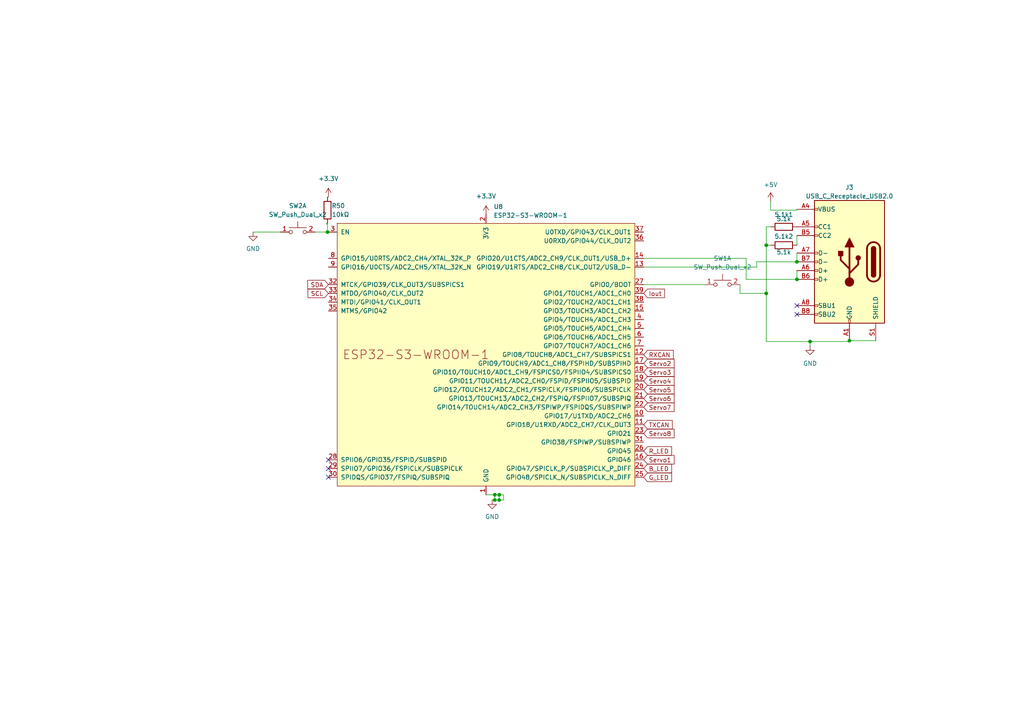
<source format=kicad_sch>
(kicad_sch (version 20230121) (generator eeschema)
  (paper "A4")
  (lib_symbols
    (symbol "Connector:USB_C_Receptacle_USB2.0" (pin_names (offset 1.016))
      (property "Reference" "J" (at -10.16 19.05 0))
      (property "Value" "USB_C_Receptacle_USB2.0" (at 19.05 19.05 0))
      (symbol "USB_C_Receptacle_USB2.0_0_0"
        (rectangle (start -0.254 -17.78) (end 0.254 -16.764))
        (rectangle (start 10.16 -14.986) (end 9.144 -15.494))
        (rectangle (start 10.16 -12.446) (end 9.144 -12.954))
        (rectangle (start 10.16 -4.826) (end 9.144 -5.334))
        (rectangle (start 10.16 -2.286) (end 9.144 -2.794))
        (rectangle (start 10.16 0.254) (end 9.144 -0.254))
        (rectangle (start 10.16 2.794) (end 9.144 2.286))
        (rectangle (start 10.16 7.874) (end 9.144 7.366))
        (rectangle (start 10.16 10.414) (end 9.144 9.906))
        (rectangle (start 10.16 15.494) (end 9.144 14.986))
      )
      (symbol "USB_C_Receptacle_USB2.0_0_1"
        (rectangle (start -10.16 17.78) (end 10.16 -17.78) (stroke (width 0.254)) (fill (type background)))
        (arc (start -8.89 -3.81) (mid -6.985 -5.7067) (end -5.08 -3.81) (stroke (width 0.508)))
        (arc (start -7.62 -3.81) (mid -6.985 -4.4423) (end -6.35 -3.81) (stroke (width 0.254)))
        (arc (start -7.62 -3.81) (mid -6.985 -4.4423) (end -6.35 -3.81) (stroke (width 0.254)) (fill (type outline)))
        (rectangle (start -7.62 -3.81) (end -6.35 3.81) (stroke (width 0.254)) (fill (type outline)))
        (arc (start -6.35 3.81) (mid -6.985 4.4423) (end -7.62 3.81) (stroke (width 0.254)))
        (arc (start -6.35 3.81) (mid -6.985 4.4423) (end -7.62 3.81) (stroke (width 0.254)) (fill (type outline)))
        (arc (start -5.08 3.81) (mid -6.985 5.7067) (end -8.89 3.81) (stroke (width 0.508)))
        (circle (center -2.54 1.143) (radius 0.635) (stroke (width 0.254)) (fill (type outline)))
        (circle (center 0 -5.842) (radius 1.27) (fill (type outline)))
        (polyline (pts (xy -8.89 -3.81) (xy -8.89 3.81)) (stroke (width 0.508)))
        (polyline (pts (xy -5.08 3.81) (xy -5.08 -3.81)) (stroke (width 0.508)))
        (polyline (pts (xy 0 -5.842) (xy 0 4.318)) (stroke (width 0.508)))
        (polyline (pts (xy 0 -3.302) (xy -2.54 -0.762) (xy -2.54 0.508)) (stroke (width 0.508)))
        (polyline (pts (xy 0 -2.032) (xy 2.54 0.508) (xy 2.54 1.778)) (stroke (width 0.508)))
        (polyline (pts (xy -1.27 4.318) (xy 0 6.858) (xy 1.27 4.318) (xy -1.27 4.318)) (stroke (width 0.254)) (fill (type outline)))
        (rectangle (start 1.905 1.778) (end 3.175 3.048) (stroke (width 0.254)) (fill (type outline)))
      )
      (symbol "USB_C_Receptacle_USB2.0_1_1"
        (pin passive line (at 0 -22.86 90) (length 5.08) (name "GND") (number "A1"))
        (pin passive line (at 0 -22.86 90) (length 5.08) hide (name "GND") (number "A12"))
        (pin passive line (at 15.24 15.24 180) (length 5.08) (name "VBUS") (number "A4"))
        (pin bidirectional line (at 15.24 10.16 180) (length 5.08) (name "CC1") (number "A5"))
        (pin bidirectional line (at 15.24 -2.54 180) (length 5.08) (name "D+") (number "A6"))
        (pin bidirectional line (at 15.24 2.54 180) (length 5.08) (name "D-") (number "A7"))
        (pin bidirectional line (at 15.24 -12.7 180) (length 5.08) (name "SBU1") (number "A8"))
        (pin passive line (at 15.24 15.24 180) (length 5.08) hide (name "VBUS") (number "A9"))
        (pin passive line (at 0 -22.86 90) (length 5.08) hide (name "GND") (number "B1"))
        (pin passive line (at 0 -22.86 90) (length 5.08) hide (name "GND") (number "B12"))
        (pin passive line (at 15.24 15.24 180) (length 5.08) hide (name "VBUS") (number "B4"))
        (pin bidirectional line (at 15.24 7.62 180) (length 5.08) (name "CC2") (number "B5"))
        (pin bidirectional line (at 15.24 -5.08 180) (length 5.08) (name "D+") (number "B6"))
        (pin bidirectional line (at 15.24 0 180) (length 5.08) (name "D-") (number "B7"))
        (pin bidirectional line (at 15.24 -15.24 180) (length 5.08) (name "SBU2") (number "B8"))
        (pin passive line (at 15.24 15.24 180) (length 5.08) hide (name "VBUS") (number "B9"))
        (pin passive line (at -7.62 -22.86 90) (length 5.08) (name "SHIELD") (number "S1"))
      )
    )
    (symbol "Device:R" (pin_numbers hide) (pin_names (offset 0))
      (property "Reference" "R" (at 2.032 0 90))
      (property "Value" "R" (at 0 0 90))
      (symbol "R_0_1"
        (rectangle (start -1.016 -2.54) (end 1.016 2.54) (stroke (width 0.254)))
      )
      (symbol "R_1_1"
        (pin passive line (at 0 3.81 270) (length 1.27) (name "~") (number "1"))
        (pin passive line (at 0 -3.81 90) (length 1.27) (name "~") (number "2"))
      )
    )
    (symbol "PCM_Espressif:ESP32-S3-WROOM-1" (pin_names (offset 1.016))
      (property "Reference" "U" (at -43.18 43.18 0))
      (property "Value" "ESP32-S3-WROOM-1" (at -43.18 40.64 0))
      (symbol "ESP32-S3-WROOM-1_0_0"
        (text "ESP32-S3-WROOM-1" (at -20.32 0 0) (effects (font (size 2.54 2.54))))
        (pin power_in line (at 0 -40.64 90) (length 2.54) (name "GND") (number "1"))
        (pin bidirectional line (at 45.72 -17.78 180) (length 2.54) (name "GPIO17/U1TXD/ADC2_CH6") (number "10"))
        (pin bidirectional line (at 45.72 -20.32 180) (length 2.54) (name "GPIO18/U1RXD/ADC2_CH7/CLK_OUT3") (number "11"))
        (pin bidirectional line (at 45.72 0 180) (length 2.54) (name "GPIO8/TOUCH8/ADC1_CH7/SUBSPICS1") (number "12"))
        (pin bidirectional line (at 45.72 25.4 180) (length 2.54) (name "GPIO19/U1RTS/ADC2_CH8/CLK_OUT2/USB_D-") (number "13"))
        (pin bidirectional line (at 45.72 27.94 180) (length 2.54) (name "GPIO20/U1CTS/ADC2_CH9/CLK_OUT1/USB_D+") (number "14"))
        (pin bidirectional line (at 45.72 12.7 180) (length 2.54) (name "GPIO3/TOUCH3/ADC1_CH2") (number "15"))
        (pin bidirectional line (at 45.72 -30.48 180) (length 2.54) (name "GPIO46") (number "16"))
        (pin bidirectional line (at 45.72 -2.54 180) (length 2.54) (name "GPIO9/TOUCH9/ADC1_CH8/FSPIHD/SUBSPIHD") (number "17"))
        (pin bidirectional line (at 45.72 -5.08 180) (length 2.54) (name "GPIO10/TOUCH10/ADC1_CH9/FSPICS0/FSPIIO4/SUBSPICS0") (number "18"))
        (pin bidirectional line (at 45.72 -7.62 180) (length 2.54) (name "GPIO11/TOUCH11/ADC2_CH0/FSPID/FSPIIO5/SUBSPID") (number "19"))
        (pin power_in line (at 0 40.64 270) (length 2.54) (name "3V3") (number "2"))
        (pin bidirectional line (at 45.72 -10.16 180) (length 2.54) (name "GPIO12/TOUCH12/ADC2_CH1/FSPICLK/FSPIIO6/SUBSPICLK") (number "20"))
        (pin bidirectional line (at 45.72 -12.7 180) (length 2.54) (name "GPIO13/TOUCH13/ADC2_CH2/FSPIQ/FSPIIO7/SUBSPIQ") (number "21"))
        (pin bidirectional line (at 45.72 -15.24 180) (length 2.54) (name "GPIO14/TOUCH14/ADC2_CH3/FSPIWP/FSPIDQS/SUBSPIWP") (number "22"))
        (pin bidirectional line (at 45.72 -22.86 180) (length 2.54) (name "GPIO21") (number "23"))
        (pin bidirectional line (at 45.72 -33.02 180) (length 2.54) (name "GPIO47/SPICLK_P/SUBSPICLK_P_DIFF") (number "24"))
        (pin bidirectional line (at 45.72 -35.56 180) (length 2.54) (name "GPIO48/SPICLK_N/SUBSPICLK_N_DIFF") (number "25"))
        (pin bidirectional line (at 45.72 -27.94 180) (length 2.54) (name "GPIO45") (number "26"))
        (pin bidirectional line (at 45.72 20.32 180) (length 2.54) (name "GPIO0/BOOT") (number "27"))
        (pin bidirectional line (at -45.72 -30.48 0) (length 2.54) (name "SPIIO6/GPIO35/FSPID/SUBSPID") (number "28"))
        (pin bidirectional line (at -45.72 -33.02 0) (length 2.54) (name "SPIIO7/GPIO36/FSPICLK/SUBSPICLK") (number "29"))
        (pin input line (at -45.72 35.56 0) (length 2.54) (name "EN") (number "3"))
        (pin bidirectional line (at -45.72 -35.56 0) (length 2.54) (name "SPIDQS/GPIO37/FSPIQ/SUBSPIQ") (number "30"))
        (pin bidirectional line (at 45.72 -25.4 180) (length 2.54) (name "GPIO38/FSPIWP/SUBSPIWP") (number "31"))
        (pin bidirectional line (at -45.72 20.32 0) (length 2.54) (name "MTCK/GPIO39/CLK_OUT3/SUBSPICS1") (number "32"))
        (pin bidirectional line (at -45.72 17.78 0) (length 2.54) (name "MTDO/GPIO40/CLK_OUT2") (number "33"))
        (pin bidirectional line (at -45.72 15.24 0) (length 2.54) (name "MTDI/GPIO41/CLK_OUT1") (number "34"))
        (pin bidirectional line (at -45.72 12.7 0) (length 2.54) (name "MTMS/GPIO42") (number "35"))
        (pin bidirectional line (at 45.72 33.02 180) (length 2.54) (name "U0RXD/GPIO44/CLK_OUT2") (number "36"))
        (pin bidirectional line (at 45.72 35.56 180) (length 2.54) (name "U0TXD/GPIO43/CLK_OUT1") (number "37"))
        (pin bidirectional line (at 45.72 15.24 180) (length 2.54) (name "GPIO2/TOUCH2/ADC1_CH1") (number "38"))
        (pin bidirectional line (at 45.72 17.78 180) (length 2.54) (name "GPIO1/TOUCH1/ADC1_CH0") (number "39"))
        (pin bidirectional line (at 45.72 10.16 180) (length 2.54) (name "GPIO4/TOUCH4/ADC1_CH3") (number "4"))
        (pin passive line (at 0 -40.64 90) (length 2.54) hide (name "GND") (number "40"))
        (pin passive line (at 0 -40.64 90) (length 2.54) hide (name "GND") (number "41"))
        (pin bidirectional line (at 45.72 7.62 180) (length 2.54) (name "GPIO5/TOUCH5/ADC1_CH4") (number "5"))
        (pin bidirectional line (at 45.72 5.08 180) (length 2.54) (name "GPIO6/TOUCH6/ADC1_CH5") (number "6"))
        (pin bidirectional line (at 45.72 2.54 180) (length 2.54) (name "GPIO7/TOUCH7/ADC1_CH6") (number "7"))
        (pin bidirectional line (at -45.72 27.94 0) (length 2.54) (name "GPIO15/U0RTS/ADC2_CH4/XTAL_32K_P") (number "8"))
        (pin bidirectional line (at -45.72 25.4 0) (length 2.54) (name "GPIO16/U0CTS/ADC2_CH5/XTAL_32K_N") (number "9"))
      )
      (symbol "ESP32-S3-WROOM-1_0_1"
        (rectangle (start -43.18 38.1) (end 43.18 -38.1) (fill (type background)))
      )
    )
    (symbol "Switch:SW_Push_Dual_x2" (pin_names (offset 1.016) hide)
      (property "Reference" "SW" (at 1.27 2.54 0))
      (property "Value" "SW_Push_Dual_x2" (at 0 -1.524 0))
      (symbol "SW_Push_Dual_x2_0_1"
        (circle (center -2.032 0) (radius 0.508))
        (polyline (pts (xy 0 1.27) (xy 0 3.048)))
        (polyline (pts (xy 2.54 1.27) (xy -2.54 1.27)))
        (circle (center 2.032 0) (radius 0.508))
      )
      (symbol "SW_Push_Dual_x2_1_1"
        (pin passive line (at -5.08 0 0) (length 2.54) (name "C") (number "1"))
        (pin passive line (at 5.08 0 180) (length 2.54) (name "D") (number "2"))
      )
      (symbol "SW_Push_Dual_x2_2_1"
        (pin passive line (at -5.08 0 0) (length 2.54) (name "C") (number "3"))
        (pin passive line (at 5.08 0 180) (length 2.54) (name "D") (number "4"))
      )
    )
    (symbol "power:+3.3V" (power) (pin_names (offset 0))
      (property "Value" "+3.3V" (at 0 3.556 0))
      (symbol "+3.3V_0_1"
        (polyline (pts (xy -0.762 1.27) (xy 0 2.54)))
        (polyline (pts (xy 0 0) (xy 0 2.54)))
        (polyline (pts (xy 0 2.54) (xy 0.762 1.27)))
      )
      (symbol "+3.3V_1_1"
        (pin power_in line (at 0 0 90) (length 0) hide (name "+3.3V") (number "1"))
      )
    )
    (symbol "power:+5V" (power) (pin_names (offset 0))
      (property "Value" "+5V" (at 0 3.556 0))
      (symbol "+5V_0_1"
        (polyline (pts (xy -0.762 1.27) (xy 0 2.54)))
        (polyline (pts (xy 0 0) (xy 0 2.54)))
        (polyline (pts (xy 0 2.54) (xy 0.762 1.27)))
      )
      (symbol "+5V_1_1"
        (pin power_in line (at 0 0 90) (length 0) hide (name "+5V") (number "1"))
      )
    )
    (symbol "power:GND" (power) (pin_names (offset 0))
      (property "Value" "GND" (at 0 -3.81 0))
      (symbol "GND_0_1"
        (polyline (pts (xy 0 0) (xy 0 -1.27) (xy 1.27 -1.27) (xy 0 -2.54) (xy -1.27 -1.27) (xy 0 -1.27)))
      )
      (symbol "GND_1_1"
        (pin power_in line (at 0 0 270) (length 0) hide (name "GND") (number "1"))
      )
    )
  )
  (junction (at 246.38 98.806))
  (junction (at 231.14 75.946))
  (junction (at 222.25 71.12))
  (junction (at 144.78 145.034))
  (junction (at 143.51 145.034))
  (junction (at 94.996 67.31))
  (junction (at 231.14 81.026))
  (junction (at 143.51 143.51))
  (junction (at 234.95 99.06))
  (junction (at 222.25 85.09))
  (junction (at 144.78 143.51))
  (no_connect (at 231.14 91.186))
  (no_connect (at 95.25 138.43))
  (no_connect (at 231.14 88.646))
  (no_connect (at 95.25 135.89))
  (no_connect (at 95.25 133.35))
  (wire (pts (xy 140.97 143.51) (xy 143.51 143.51)))
  (wire (pts (xy 94.996 57.15) (xy 95.25 57.15)))
  (wire (pts (xy 222.25 99.06) (xy 234.95 99.06)))
  (wire (pts (xy 143.51 143.51) (xy 143.51 145.034)))
  (wire (pts (xy 94.742 64.77) (xy 94.742 65.024)))
  (wire (pts (xy 222.25 85.09) (xy 222.25 99.06)))
  (wire (pts (xy 94.996 67.31) (xy 95.25 67.31)))
  (wire (pts (xy 143.51 145.034) (xy 142.748 145.034)))
  (wire (pts (xy 144.78 143.51) (xy 144.78 145.034)))
  (wire (pts (xy 214.63 85.09) (xy 222.25 85.09)))
  (wire (pts (xy 222.25 71.12) (xy 223.52 71.12)))
  (wire (pts (xy 223.52 60.96) (xy 223.52 58.42)))
  (wire (pts (xy 214.63 82.55) (xy 214.63 85.09)))
  (wire (pts (xy 94.742 64.77) (xy 94.996 64.77)))
  (wire (pts (xy 144.78 145.034) (xy 143.51 145.034)))
  (wire (pts (xy 94.742 65.024) (xy 94.996 65.024)))
  (wire (pts (xy 216.408 81.026) (xy 231.14 81.026)))
  (wire (pts (xy 223.52 60.96) (xy 231.14 60.96)))
  (wire (pts (xy 234.95 99.06) (xy 246.38 99.06)))
  (wire (pts (xy 146.05 145.034) (xy 144.78 145.034)))
  (wire (pts (xy 146.05 143.51) (xy 146.05 145.034)))
  (wire (pts (xy 73.406 67.31) (xy 81.28 67.31)))
  (wire (pts (xy 94.996 65.024) (xy 94.996 67.31)))
  (wire (pts (xy 222.25 65.786) (xy 223.52 65.786)))
  (wire (pts (xy 143.51 143.51) (xy 144.78 143.51)))
  (wire (pts (xy 222.25 65.786) (xy 222.25 71.12)))
  (wire (pts (xy 186.69 74.93) (xy 216.408 74.93)))
  (wire (pts (xy 234.95 100.33) (xy 234.95 99.06)))
  (wire (pts (xy 231.14 71.12) (xy 231.14 68.326)))
  (wire (pts (xy 91.44 67.31) (xy 94.996 67.31)))
  (wire (pts (xy 144.78 143.51) (xy 146.05 143.51)))
  (wire (pts (xy 219.456 75.946) (xy 219.456 77.47)))
  (wire (pts (xy 222.25 71.12) (xy 222.25 85.09)))
  (wire (pts (xy 254 98.806) (xy 246.38 98.806)))
  (wire (pts (xy 231.14 75.946) (xy 219.456 75.946)))
  (wire (pts (xy 231.14 78.486) (xy 231.14 81.026)))
  (wire (pts (xy 231.14 60.96) (xy 231.14 60.706)))
  (wire (pts (xy 246.38 99.06) (xy 246.38 98.806)))
  (wire (pts (xy 219.456 77.47) (xy 186.69 77.47)))
  (wire (pts (xy 216.408 74.93) (xy 216.408 81.026)))
  (wire (pts (xy 186.69 82.55) (xy 204.47 82.55)))
  (wire (pts (xy 231.14 73.406) (xy 231.14 75.946)))
  (global_label "Servo7" (shape input) (at 186.69 118.11 0) (property "Intersheetrefs" "${INTERSHEET_REFS}" (effects hide)))
  (global_label "B_LED" (shape input) (at 186.69 135.89 0) (property "Intersheetrefs" "${INTERSHEET_REFS}" (effects hide)))
  (global_label "Servo5" (shape input) (at 186.69 113.03 0) (property "Intersheetrefs" "${INTERSHEET_REFS}" (effects hide)))
  (global_label "Servo8" (shape input) (at 186.69 125.73 0) (property "Intersheetrefs" "${INTERSHEET_REFS}" (effects hide)))
  (global_label "R_LED" (shape input) (at 186.69 130.81 0) (property "Intersheetrefs" "${INTERSHEET_REFS}" (effects hide)))
  (global_label "RXCAN" (shape input) (at 186.69 102.87 0) (property "Intersheetrefs" "${INTERSHEET_REFS}" (effects hide)))
  (global_label "G_LED" (shape input) (at 186.69 138.43 0) (property "Intersheetrefs" "${INTERSHEET_REFS}" (effects hide)))
  (global_label "Servo1" (shape input) (at 186.69 133.35 0) (property "Intersheetrefs" "${INTERSHEET_REFS}" (effects hide)))
  (global_label "Servo2" (shape input) (at 186.69 105.41 0) (property "Intersheetrefs" "${INTERSHEET_REFS}" (effects hide)))
  (global_label "Servo4" (shape input) (at 186.69 110.49 0) (property "Intersheetrefs" "${INTERSHEET_REFS}" (effects hide)))
  (global_label "Servo3" (shape input) (at 186.69 107.95 0) (property "Intersheetrefs" "${INTERSHEET_REFS}" (effects hide)))
  (global_label "TXCAN" (shape input) (at 186.69 123.19 0) (property "Intersheetrefs" "${INTERSHEET_REFS}" (effects hide)))
  (global_label "SCL" (shape input) (at 95.25 85.09 180) (property "Intersheetrefs" "${INTERSHEET_REFS}" (effects hide)))
  (global_label "Iout" (shape input) (at 186.69 85.09 0) (property "Intersheetrefs" "${INTERSHEET_REFS}" (effects hide)))
  (global_label "Servo6" (shape input) (at 186.69 115.57 0) (property "Intersheetrefs" "${INTERSHEET_REFS}" (effects hide)))
  (global_label "SDA" (shape input) (at 95.25 82.55 180) (property "Intersheetrefs" "${INTERSHEET_REFS}" (effects hide)))
  (symbol (lib_id "Switch:SW_Push_Dual_x2") (at 86.36 67.31 0) (unit 1)
    (property "Reference" "SW2" (at 86.36 59.69 0))
    (property "Value" "SW_Push_Dual_x2" (at 86.36 62.23 0))
    (property "Footprint" "Button_Switch_SMD:SW_Push_1P1T_NO_CK_KMR2" (effects hide))
  )
  (symbol (lib_id "Device:R") (at 227.33 71.12 270) (mirror x) (unit 1)
    (property "Reference" "5.1k2" (at 227.33 68.58 90))
    (property "Value" "5.1k" (at 227.33 73.152 90))
    (property "Footprint" "Capacitor_SMD:C_0603_1608Metric_Pad1.08x0.95mm_HandSolder" (effects hide))
    (instances (project "esp32s3" (path "" (reference "5.1k2") (unit 1))) (project "mainboard2" (path "" (reference "R43") (unit 1))))
  )
  (symbol (lib_id "power:GND") (at 142.748 145.034 0) (unit 1)
    (property "Reference" "#PWR0138" (effects hide))
    (property "Value" "GND" (at 142.748 149.86 0))
  )
  (symbol (lib_id "Switch:SW_Push_Dual_x2") (at 209.55 82.55 0) (unit 1)
    (property "Reference" "SW1" (at 209.55 74.93 0))
    (property "Value" "SW_Push_Dual_x2" (at 209.55 77.47 0))
    (property "Footprint" "Button_Switch_SMD:SW_Push_1P1T_NO_CK_KMR2" (effects hide))
  )
  (symbol (lib_id "Connector:USB_C_Receptacle_USB2.0") (at 246.38 75.946 0) (mirror y) (unit 1)
    (property "Reference" "J3" (at 246.38 54.356 0))
    (property "Value" "USB_C_Receptacle_USB2.0" (at 246.38 56.896 0))
    (property "Footprint" "Connector_USB:USB_C_Receptacle_HRO_TYPE-C-31-M-12" (effects hide))
    (property "Datasheet" "https://www.usb.org/sites/default/files/documents/usb_type-c.zip" (effects hide))
    (instances (project "esp32s3" (path "" (reference "J3") (unit 1))) (project "mainboard2" (path "" (reference "J21") (unit 1))))
  )
  (symbol (lib_id "power:GND") (at 234.95 100.33 0) (mirror y) (unit 1)
    (property "Reference" "#PWR03" (effects hide))
    (property "Value" "GND" (at 234.95 105.41 0))
    (instances (project "esp32s3" (path "" (reference "#PWR03") (unit 1))) (project "mainboard2" (path "" (reference "#PWR0140") (unit 1))))
  )
  (symbol (lib_id "power:+3.3V") (at 140.97 62.23 0) (unit 1)
    (property "Reference" "#PWR0137" (effects hide))
    (property "Value" "+3.3V" (at 140.97 56.896 0))
  )
  (symbol (lib_id "Device:R") (at 94.996 60.96 0) (mirror y) (unit 1)
    (property "Reference" "R50" (at 100.076 59.69 0) (effects (justify left)))
    (property "Value" "10kΩ" (at 101.346 62.23 0) (effects (justify left)))
    (property "Footprint" "Resistor_SMD:R_0603_1608Metric_Pad0.98x0.95mm_HandSolder" (effects hide))
    (instances (project "mainboard2" (path "" (reference "R50") (unit 1)) (path "" (reference "R42") (unit 1))))
  )
  (symbol (lib_id "power:+5V") (at 223.52 58.42 0) (unit 1)
    (property "Reference" "#PWR0139" (effects hide))
    (property "Value" "+5V" (at 223.52 53.594 0))
  )
  (symbol (lib_id "power:+3.3V") (at 95.25 57.15 0) (unit 1)
    (property "Reference" "#PWR0136" (effects hide))
    (property "Value" "+3.3V" (at 95.25 51.816 0))
  )
  (symbol (lib_id "PCM_Espressif:ESP32-S3-WROOM-1") (at 140.97 102.87 0) (unit 1)
    (property "Reference" "U8" (at 143.1641 59.944 0) (effects (justify left)))
    (property "Value" "ESP32-S3-WROOM-1" (at 143.1641 62.484 0) (effects (justify left)))
    (property "Footprint" "PCM_Espressif:ESP32-S3-WROOM-1" (effects hide))
    (property "Datasheet" "https://www.espressif.com/sites/default/files/documentation/esp32-s3-wroom-1_wroom-1u_datasheet_en.pdf" (effects hide))
  )
  (symbol (lib_id "power:GND") (at 73.406 67.31 0) (unit 1)
    (property "Reference" "#PWR0135" (effects hide))
    (property "Value" "GND" (at 73.406 72.136 0))
  )
  (symbol (lib_id "Device:R") (at 227.33 65.786 270) (mirror x) (unit 1)
    (property "Reference" "5.1k1" (at 227.33 62.23 90))
    (property "Value" "5.1k" (at 227.33 63.5 90))
    (property "Footprint" "Capacitor_SMD:C_0603_1608Metric_Pad1.08x0.95mm_HandSolder" (effects hide))
    (instances (project "esp32s3" (path "" (reference "5.1k1") (unit 1))) (project "mainboard2" (path "" (reference "R44") (unit 1))))
  )
)
</source>
